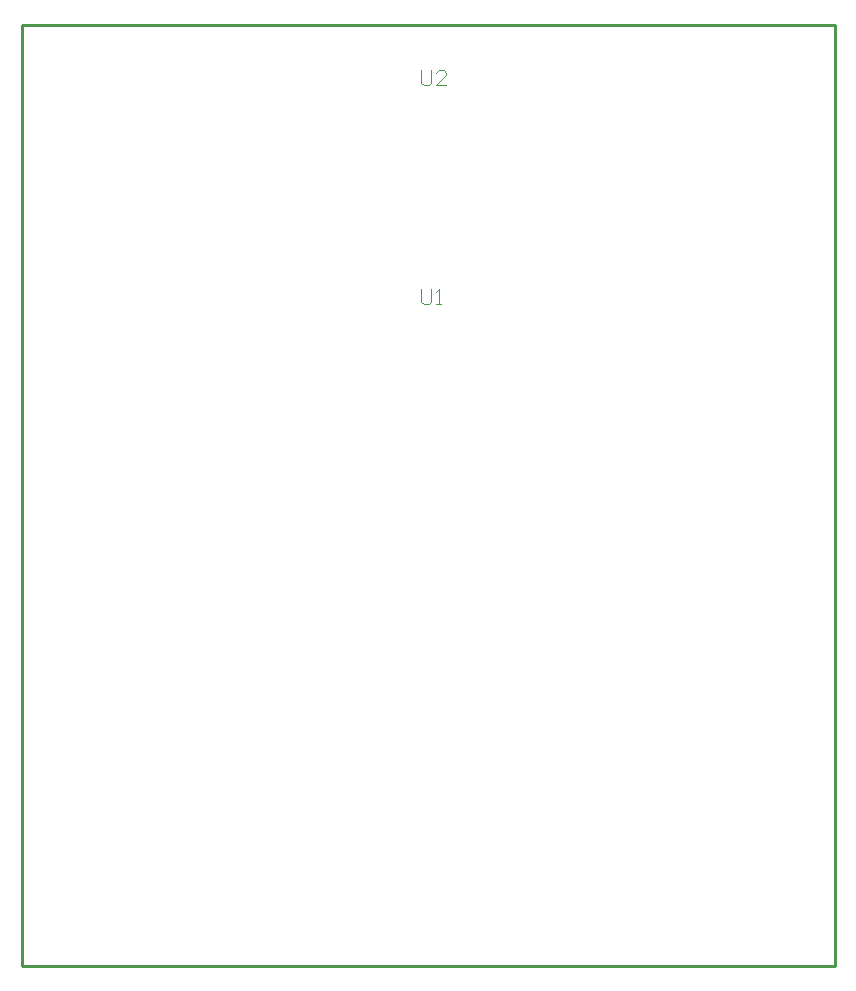
<source format=gm1>
G04*
G04 #@! TF.GenerationSoftware,Altium Limited,Altium Designer,20.0.12 (288)*
G04*
G04 Layer_Color=16711935*
%FSLAX25Y25*%
%MOIN*%
G70*
G01*
G75*
%ADD10C,0.01000*%
%ADD14C,0.00394*%
D10*
X126551Y463092D02*
X397500D01*
Y149500D02*
Y463092D01*
X126551Y149500D02*
X397500D01*
X126551D02*
Y463092D01*
D14*
X259603Y375043D02*
Y370877D01*
X260436Y370044D01*
X262102D01*
X262935Y370877D01*
Y375043D01*
X264601Y370044D02*
X266267D01*
X265434D01*
Y375043D01*
X264601Y374209D01*
X259603Y448043D02*
Y443877D01*
X260436Y443044D01*
X262102D01*
X262935Y443877D01*
Y448043D01*
X267934Y443044D02*
X264601D01*
X267934Y446377D01*
Y447210D01*
X267101Y448043D01*
X265434D01*
X264601Y447210D01*
M02*

</source>
